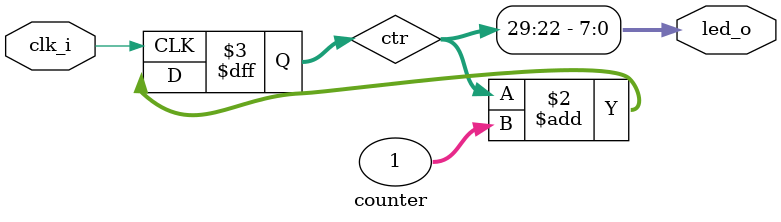
<source format=v>
module counter(input clk_i,
	       output wire [7:0] led_o);

   reg [31:0] 	      ctr;

   assign 	      led_o = ctr[29:22];
   
   always @(posedge clk_i) begin
      ctr <= ctr +1 ;
   end
   

endmodule // counter

</source>
